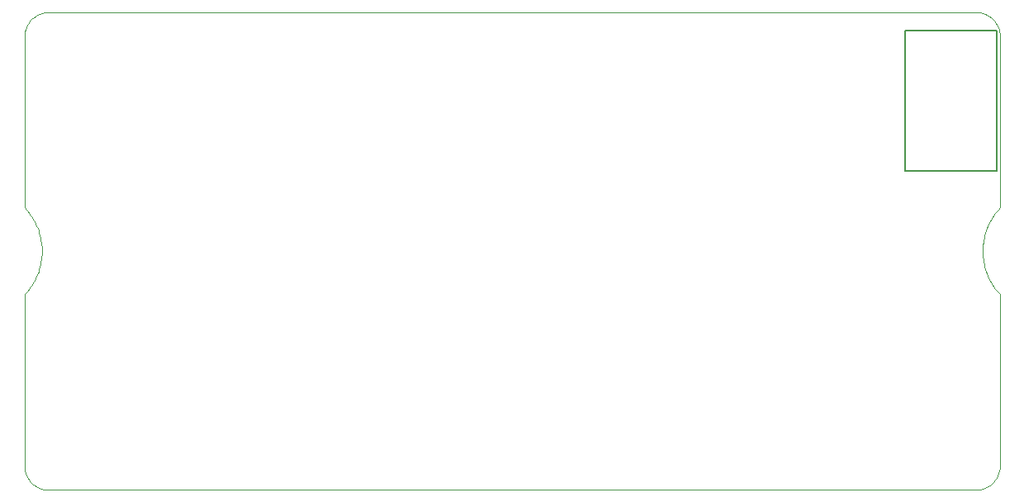
<source format=gm1>
G04*
G04 #@! TF.GenerationSoftware,Altium Limited,Altium Designer,22.0.2 (36)*
G04*
G04 Layer_Color=16711935*
%FSLAX25Y25*%
%MOIN*%
G70*
G04*
G04 #@! TF.SameCoordinates,B0134727-A30E-443A-9B04-D8BCE479AFC3*
G04*
G04*
G04 #@! TF.FilePolarity,Positive*
G04*
G01*
G75*
%ADD10C,0.00787*%
%ADD34C,0.00100*%
D10*
X355610Y128622D02*
X392618D01*
Y185315D01*
X355610D02*
X392618D01*
X355610Y128622D02*
Y185315D01*
D34*
X170Y78820D02*
X838Y79551D01*
X1477Y80308D01*
X2086Y81089D01*
X2664Y81893D01*
X3210Y82719D01*
X3724Y83566D01*
X4205Y84432D01*
X4651Y85316D01*
X5063Y86217D01*
X5439Y87134D01*
X5779Y88064D01*
X6083Y89007D01*
X6349Y89960D01*
X6579Y90924D01*
X6770Y91896D01*
X6924Y92874D01*
X7040Y93858D01*
X7117Y94845D01*
X7155Y95835D01*
Y96825D01*
X7117Y97815D01*
X7040Y98802D01*
X6924Y99786D01*
X6770Y100765D01*
X6579Y101736D01*
X6349Y102700D01*
X6083Y103654D01*
X5779Y104596D01*
X5439Y105526D01*
X5062Y106443D01*
X4651Y107344D01*
X4205Y108228D01*
X3724Y109094D01*
X3210Y109941D01*
X2664Y110767D01*
X2086Y111571D01*
X1477Y112352D01*
X838Y113109D01*
X170Y113840D01*
X10045Y192770D02*
X9077Y192722D01*
X8118Y192580D01*
X7178Y192345D01*
X6266Y192018D01*
X5390Y191604D01*
X4559Y191106D01*
X3780Y190529D01*
X3062Y189878D01*
X2411Y189160D01*
X1834Y188381D01*
X1336Y187550D01*
X922Y186674D01*
X595Y185762D01*
X360Y184821D01*
X218Y183863D01*
X170Y182895D01*
X170Y9700D02*
X224Y8669D01*
X386Y7650D01*
X653Y6653D01*
X1022Y5690D01*
X1491Y4770D01*
X2053Y3904D01*
X2703Y3102D01*
X3432Y2373D01*
X4234Y1723D01*
X5100Y1161D01*
X6020Y692D01*
X6983Y323D01*
X7980Y55D01*
X8999Y-106D01*
X10030Y-160D01*
X384020D02*
X385051Y-106D01*
X386070Y55D01*
X387067Y323D01*
X388030Y692D01*
X388950Y1161D01*
X389816Y1723D01*
X390618Y2373D01*
X391347Y3102D01*
X391997Y3904D01*
X392559Y4770D01*
X393028Y5690D01*
X393397Y6653D01*
X393665Y7650D01*
X393826Y8669D01*
X393880Y9700D01*
X393880Y182895D02*
X393832Y183863D01*
X393690Y184821D01*
X393455Y185762D01*
X393128Y186674D01*
X392714Y187550D01*
X392216Y188381D01*
X391638Y189160D01*
X390988Y189878D01*
X390270Y190529D01*
X389491Y191106D01*
X388660Y191604D01*
X387784Y192018D01*
X386872Y192345D01*
X385931Y192580D01*
X384973Y192722D01*
X384005Y192770D01*
X393880Y113840D02*
X393212Y113109D01*
X392573Y112352D01*
X391964Y111571D01*
X391386Y110767D01*
X390840Y109941D01*
X390326Y109094D01*
X389845Y108228D01*
X389399Y107343D01*
X388987Y106443D01*
X388611Y105526D01*
X388271Y104596D01*
X387967Y103654D01*
X387701Y102700D01*
X387471Y101736D01*
X387280Y100764D01*
X387126Y99786D01*
X387011Y98802D01*
X386933Y97815D01*
X386895Y96825D01*
Y95835D01*
X386933Y94845D01*
X387011Y93858D01*
X387126Y92874D01*
X387280Y91896D01*
X387471Y90924D01*
X387701Y89960D01*
X387967Y89007D01*
X388271Y88064D01*
X388611Y87134D01*
X388988Y86217D01*
X389399Y85316D01*
X389845Y84432D01*
X390326Y83566D01*
X390840Y82719D01*
X391386Y81893D01*
X391964Y81089D01*
X392573Y80308D01*
X393212Y79551D01*
X393880Y78820D01*
X170Y9690D02*
Y78820D01*
Y113840D02*
Y182910D01*
X10030Y-160D02*
X384020D01*
X393880Y113840D02*
Y182910D01*
Y9690D02*
Y78820D01*
X10045Y192770D02*
X384005D01*
M02*

</source>
